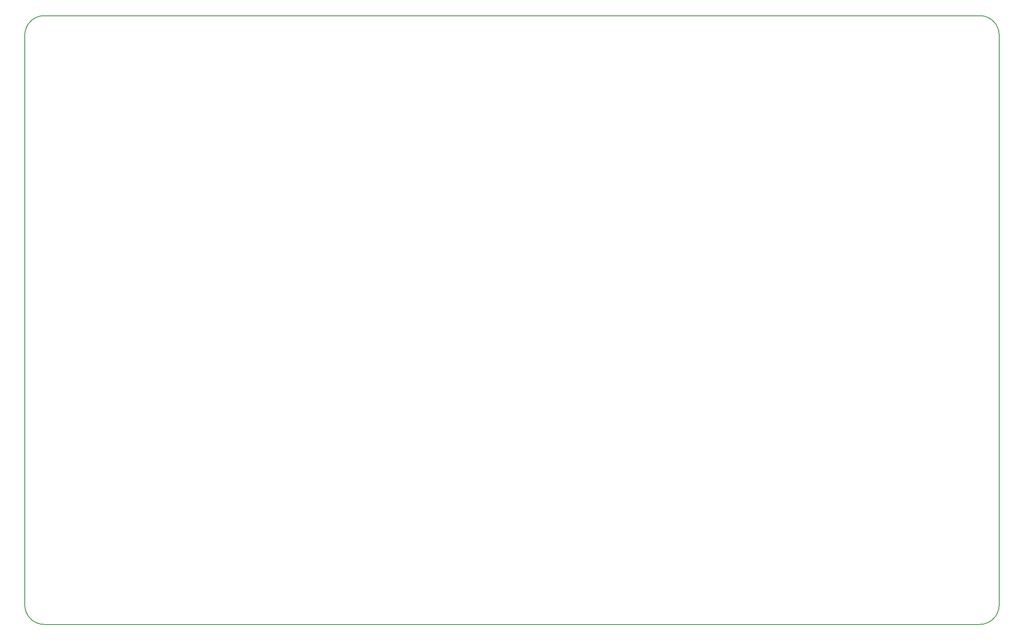
<source format=gbr>
%TF.GenerationSoftware,KiCad,Pcbnew,(5.1.6)-1*%
%TF.CreationDate,2020-11-27T16:41:01-06:00*%
%TF.ProjectId,PackVoltage_2021_Rev1,5061636b-566f-46c7-9461-67655f323032,rev?*%
%TF.SameCoordinates,Original*%
%TF.FileFunction,Profile,NP*%
%FSLAX46Y46*%
G04 Gerber Fmt 4.6, Leading zero omitted, Abs format (unit mm)*
G04 Created by KiCad (PCBNEW (5.1.6)-1) date 2020-11-27 16:41:01*
%MOMM*%
%LPD*%
G01*
G04 APERTURE LIST*
%TA.AperFunction,Profile*%
%ADD10C,0.150000*%
%TD*%
G04 APERTURE END LIST*
D10*
X42164000Y-153670000D02*
G75*
G02*
X38100000Y-149606000I0J4064000D01*
G01*
X38100000Y-30734000D02*
G75*
G02*
X42164000Y-26670000I4064000J0D01*
G01*
X237236000Y-26670000D02*
G75*
G02*
X241300000Y-30734000I0J-4064000D01*
G01*
X241300000Y-149606000D02*
G75*
G02*
X237236000Y-153670000I-4064000J0D01*
G01*
X241300000Y-149606000D02*
X241300000Y-30734000D01*
X237236000Y-26670000D02*
X42164000Y-26670000D01*
X237236000Y-153670000D02*
X42164000Y-153670000D01*
X38100000Y-149606000D02*
X38100000Y-30734000D01*
M02*

</source>
